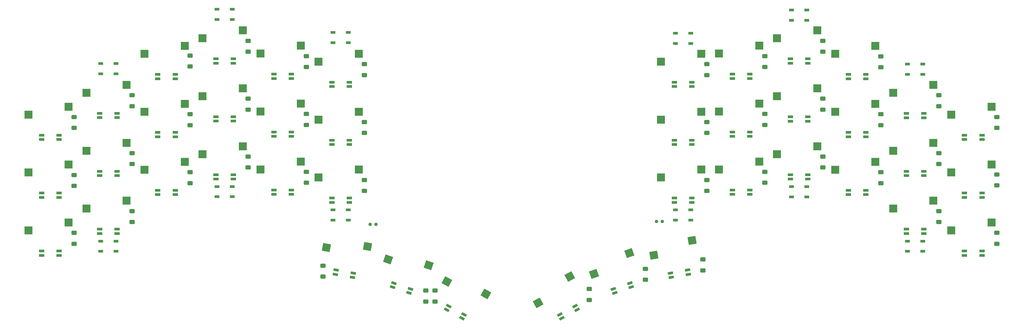
<source format=gbp>
G04 #@! TF.GenerationSoftware,KiCad,Pcbnew,8.0.1*
G04 #@! TF.CreationDate,2024-05-18T22:20:22+02:00*
G04 #@! TF.ProjectId,cornia,636f726e-6961-42e6-9b69-6361645f7063,3.0.1*
G04 #@! TF.SameCoordinates,Original*
G04 #@! TF.FileFunction,Paste,Bot*
G04 #@! TF.FilePolarity,Positive*
%FSLAX46Y46*%
G04 Gerber Fmt 4.6, Leading zero omitted, Abs format (unit mm)*
G04 Created by KiCad (PCBNEW 8.0.1) date 2024-05-18 22:20:22*
%MOMM*%
%LPD*%
G01*
G04 APERTURE LIST*
G04 Aperture macros list*
%AMRoundRect*
0 Rectangle with rounded corners*
0 $1 Rounding radius*
0 $2 $3 $4 $5 $6 $7 $8 $9 X,Y pos of 4 corners*
0 Add a 4 corners polygon primitive as box body*
4,1,4,$2,$3,$4,$5,$6,$7,$8,$9,$2,$3,0*
0 Add four circle primitives for the rounded corners*
1,1,$1+$1,$2,$3*
1,1,$1+$1,$4,$5*
1,1,$1+$1,$6,$7*
1,1,$1+$1,$8,$9*
0 Add four rect primitives between the rounded corners*
20,1,$1+$1,$2,$3,$4,$5,0*
20,1,$1+$1,$4,$5,$6,$7,0*
20,1,$1+$1,$6,$7,$8,$9,0*
20,1,$1+$1,$8,$9,$2,$3,0*%
%AMRotRect*
0 Rectangle, with rotation*
0 The origin of the aperture is its center*
0 $1 length*
0 $2 width*
0 $3 Rotation angle, in degrees counterclockwise*
0 Add horizontal line*
21,1,$1,$2,0,0,$3*%
G04 Aperture macros list end*
%ADD10RoundRect,0.250000X0.600000X-0.400000X0.600000X0.400000X-0.600000X0.400000X-0.600000X-0.400000X0*%
%ADD11R,1.700000X0.825000*%
%ADD12RotRect,1.700000X0.825000X331.170000*%
%ADD13R,2.550000X2.500000*%
%ADD14RotRect,2.550000X2.500000X350.170000*%
%ADD15RotRect,2.550000X2.500000X340.670000*%
%ADD16RotRect,2.550000X2.500000X331.170000*%
%ADD17R,1.500000X0.900000*%
%ADD18RotRect,1.700000X0.825000X9.830000*%
%ADD19RotRect,1.700000X0.825000X19.330000*%
%ADD20RotRect,2.550000X2.500000X28.830000*%
%ADD21RotRect,2.550000X2.500000X9.830000*%
%ADD22RotRect,2.550000X2.500000X19.330000*%
%ADD23RotRect,1.700000X0.825000X350.170000*%
%ADD24RotRect,1.700000X0.825000X340.670000*%
%ADD25RotRect,1.700000X0.825000X28.830000*%
%ADD26RoundRect,0.237500X0.250000X0.237500X-0.250000X0.237500X-0.250000X-0.237500X0.250000X-0.237500X0*%
%ADD27RoundRect,0.237500X-0.250000X-0.237500X0.250000X-0.237500X0.250000X0.237500X-0.250000X0.237500X0*%
G04 APERTURE END LIST*
D10*
X63686500Y-95801375D03*
X63686500Y-92301375D03*
X82326500Y-88804500D03*
X82326500Y-85304500D03*
X100939500Y-76054500D03*
X100939500Y-72554500D03*
X119579500Y-71304500D03*
X119579500Y-67804500D03*
X138219500Y-76204500D03*
X138219500Y-72704500D03*
X156859500Y-78804500D03*
X156859500Y-75304500D03*
X63686500Y-114401375D03*
X63686500Y-110901375D03*
X82326500Y-107404500D03*
X82326500Y-103904500D03*
X100939500Y-94904500D03*
X100939500Y-91404500D03*
X119579500Y-89904500D03*
X119579500Y-86404500D03*
X138219500Y-94804500D03*
X138219500Y-91304500D03*
X156859500Y-97404500D03*
X156859500Y-93904500D03*
X63686500Y-133001375D03*
X63686500Y-129501375D03*
X82326500Y-126004500D03*
X82326500Y-122504500D03*
X100939500Y-113504500D03*
X100939500Y-110004500D03*
X119579500Y-108504500D03*
X119579500Y-105004500D03*
X138219500Y-113404500D03*
X138219500Y-109904500D03*
X156859500Y-116004500D03*
X156859500Y-112504500D03*
X143607500Y-143530000D03*
X143607500Y-140030000D03*
X176607500Y-151530000D03*
X176607500Y-148030000D03*
X179607500Y-151530000D03*
X179607500Y-148030000D03*
D11*
X58859500Y-99504500D03*
X58859500Y-98104500D03*
X53259500Y-98104500D03*
X53259500Y-99504500D03*
X77499500Y-92504500D03*
X77499500Y-91104500D03*
X71899500Y-91104500D03*
X71899500Y-92504500D03*
X96139500Y-80004500D03*
X96139500Y-78604500D03*
X90539500Y-78604500D03*
X90539500Y-80004500D03*
X114779500Y-75004500D03*
X114779500Y-73604500D03*
X109179500Y-73604500D03*
X109179500Y-75004500D03*
X133419500Y-79904500D03*
X133419500Y-78504500D03*
X127819500Y-78504500D03*
X127819500Y-79904500D03*
X152059500Y-82504500D03*
X152059500Y-81104500D03*
X146459500Y-81104500D03*
X146459500Y-82504500D03*
X58859500Y-118104500D03*
X58859500Y-116704500D03*
X53259500Y-116704500D03*
X53259500Y-118104500D03*
X77499500Y-111104500D03*
X77499500Y-109704500D03*
X71899500Y-109704500D03*
X71899500Y-111104500D03*
X96139500Y-98604500D03*
X96139500Y-97204500D03*
X90539500Y-97204500D03*
X90539500Y-98604500D03*
X114779500Y-93604500D03*
X114779500Y-92204500D03*
X109179500Y-92204500D03*
X109179500Y-93604500D03*
X133419500Y-98504500D03*
X133419500Y-97104500D03*
X127819500Y-97104500D03*
X127819500Y-98504500D03*
X152059500Y-101104500D03*
X152059500Y-99704500D03*
X146459500Y-99704500D03*
X146459500Y-101104500D03*
X58859500Y-136704500D03*
X58859500Y-135304500D03*
X53259500Y-135304500D03*
X53259500Y-136704500D03*
X77499500Y-129704500D03*
X77499500Y-128304500D03*
X71899500Y-128304500D03*
X71899500Y-129704500D03*
X96139500Y-117204500D03*
X96139500Y-115804500D03*
X90539500Y-115804500D03*
X90539500Y-117204500D03*
X114779500Y-112204500D03*
X114779500Y-110804500D03*
X109179500Y-110804500D03*
X109179500Y-112204500D03*
X152059500Y-119704500D03*
X152059500Y-118304500D03*
X146459500Y-118304500D03*
X146459500Y-119704500D03*
D12*
X188191660Y-156902682D03*
X188866758Y-155676205D03*
X183960854Y-152975816D03*
X183285756Y-154202293D03*
D13*
X67614500Y-84514500D03*
X80541500Y-81974500D03*
X86254500Y-72014500D03*
X99181500Y-69474500D03*
X104894500Y-67014500D03*
X117821500Y-64474500D03*
X123534500Y-71914500D03*
X136461500Y-69374500D03*
X48974500Y-110114500D03*
X61901500Y-107574500D03*
X67614500Y-103114500D03*
X80541500Y-100574500D03*
X86254500Y-90614500D03*
X99181500Y-88074500D03*
X104894500Y-85614500D03*
X117821500Y-83074500D03*
X123534500Y-90514500D03*
X136461500Y-87974500D03*
X142174500Y-93114500D03*
X155101500Y-90574500D03*
X48974500Y-128714500D03*
X61901500Y-126174500D03*
X67614500Y-121714500D03*
X80541500Y-119174500D03*
X86254500Y-109214500D03*
X99181500Y-106674500D03*
X104894500Y-104214500D03*
X117821500Y-101674500D03*
X123534500Y-109114500D03*
X136461500Y-106574500D03*
X142174500Y-111714500D03*
X155101500Y-109174500D03*
D14*
X144682539Y-134201701D03*
X157853396Y-133905959D03*
D15*
X164505038Y-137981990D03*
X177544076Y-139864123D03*
D16*
X183377475Y-145132347D03*
X195927049Y-149140729D03*
D17*
X77149500Y-75130000D03*
X77149500Y-78430000D03*
X72249500Y-78430000D03*
X72249500Y-75130000D03*
X114429500Y-57630000D03*
X114429500Y-60930000D03*
X109529500Y-60930000D03*
X109529500Y-57630000D03*
X151709500Y-65130000D03*
X151709500Y-68430000D03*
X146809500Y-68430000D03*
X146809500Y-65130000D03*
X114429500Y-114604500D03*
X114429500Y-117904500D03*
X109529500Y-117904500D03*
X109529500Y-114604500D03*
X151709500Y-122104500D03*
X151709500Y-125404500D03*
X146809500Y-125404500D03*
X146809500Y-122104500D03*
X336230500Y-75280000D03*
X336230500Y-78580000D03*
X331330500Y-78580000D03*
X331330500Y-75280000D03*
X298950500Y-57880000D03*
X298950500Y-61180000D03*
X294050500Y-61180000D03*
X294050500Y-57880000D03*
X261670500Y-65380000D03*
X261670500Y-68680000D03*
X256770500Y-68680000D03*
X256770500Y-65380000D03*
X336230500Y-132130000D03*
X336230500Y-135430000D03*
X331330500Y-135430000D03*
X331330500Y-132130000D03*
X298950500Y-114630000D03*
X298950500Y-117930000D03*
X294050500Y-117930000D03*
X294050500Y-114630000D03*
X261670500Y-122110000D03*
X261670500Y-125410000D03*
X256770500Y-125410000D03*
X256770500Y-122110000D03*
D11*
X299300500Y-93610000D03*
X299300500Y-92210000D03*
X293700500Y-92210000D03*
X293700500Y-93610000D03*
X280660500Y-98510000D03*
X280660500Y-97110000D03*
X275060500Y-97110000D03*
X275060500Y-98510000D03*
X262020500Y-101110000D03*
X262020500Y-99710000D03*
X256420500Y-99710000D03*
X256420500Y-101110000D03*
X355220500Y-136710000D03*
X355220500Y-135310000D03*
X349620500Y-135310000D03*
X349620500Y-136710000D03*
X336580500Y-129710000D03*
X336580500Y-128310000D03*
X330980500Y-128310000D03*
X330980500Y-129710000D03*
X317940500Y-117210000D03*
X317940500Y-115810000D03*
X312340500Y-115810000D03*
X312340500Y-117210000D03*
X299300500Y-112210000D03*
X299300500Y-110810000D03*
X293700500Y-110810000D03*
X293700500Y-112210000D03*
X280660500Y-117110000D03*
X280660500Y-115710000D03*
X275060500Y-115710000D03*
X275060500Y-117110000D03*
X262020500Y-119710000D03*
X262020500Y-118310000D03*
X256420500Y-118310000D03*
X256420500Y-119710000D03*
D18*
X260940199Y-142812132D03*
X260701183Y-141432686D03*
X255183399Y-142388748D03*
X255422415Y-143768194D03*
D19*
X242573045Y-146940861D03*
X242109633Y-145619782D03*
X236825317Y-147473429D03*
X237288729Y-148794508D03*
D20*
X212695336Y-151966547D03*
X222795270Y-143507809D03*
D10*
X341387500Y-88805000D03*
X341387500Y-85305000D03*
X322747500Y-76305000D03*
X322747500Y-72805000D03*
X304107500Y-71305000D03*
X304107500Y-67805000D03*
X266820500Y-78810000D03*
X266820500Y-75310000D03*
X360027500Y-114250000D03*
X360027500Y-110750000D03*
X341387500Y-107405000D03*
X341387500Y-103905000D03*
X322747500Y-94905000D03*
X322747500Y-91405000D03*
X304107500Y-89905000D03*
X304107500Y-86405000D03*
X285467500Y-94805000D03*
X285467500Y-91305000D03*
X266820500Y-97410000D03*
X266820500Y-93910000D03*
X360027500Y-133000000D03*
X360027500Y-129500000D03*
X341387500Y-126005000D03*
X341387500Y-122505000D03*
X322747500Y-113505000D03*
X322747500Y-110005000D03*
X304107500Y-108505000D03*
X304107500Y-105005000D03*
X285467500Y-113405000D03*
X285467500Y-109905000D03*
X266820500Y-116010000D03*
X266820500Y-112510000D03*
X265607500Y-141530000D03*
X265607500Y-138030000D03*
X247107500Y-144530000D03*
X247107500Y-141030000D03*
X229107500Y-151030000D03*
X229107500Y-147530000D03*
X360027500Y-95800000D03*
X360027500Y-92300000D03*
D13*
X289422500Y-104215000D03*
X302349500Y-101675000D03*
X270782500Y-109115000D03*
X283709500Y-106575000D03*
X252142500Y-111715000D03*
X265069500Y-109175000D03*
D21*
X249842272Y-136620935D03*
X262145843Y-131911258D03*
D22*
X230610526Y-142673293D03*
X241968040Y-135997531D03*
D13*
X289422500Y-67015000D03*
X302349500Y-64475000D03*
X270782500Y-71915000D03*
X283709500Y-69375000D03*
X345342500Y-110115000D03*
X358269500Y-107575000D03*
X308062500Y-72015000D03*
X320989500Y-69475000D03*
X326702500Y-103115000D03*
X339629500Y-100575000D03*
X326702500Y-121715000D03*
X339629500Y-119175000D03*
X308062500Y-109215000D03*
X320989500Y-106675000D03*
X345342500Y-91515000D03*
X358269500Y-88975000D03*
X326702500Y-84515000D03*
X339629500Y-81975000D03*
X308062500Y-90615000D03*
X320989500Y-88075000D03*
X289422500Y-85615000D03*
X302349500Y-83075000D03*
X270782500Y-90515000D03*
X283709500Y-87975000D03*
X252142500Y-93115000D03*
X265069500Y-90575000D03*
X345342500Y-128715000D03*
X358269500Y-126175000D03*
D10*
X285467500Y-76205000D03*
X285467500Y-72705000D03*
D13*
X48974500Y-91514500D03*
X61901500Y-88974500D03*
D23*
X153058317Y-143762018D03*
X153297333Y-142382572D03*
X147779549Y-141426510D03*
X147540533Y-142805956D03*
D24*
X171198041Y-148793595D03*
X171661453Y-147472516D03*
X166377137Y-145618869D03*
X165913725Y-146939948D03*
D17*
X77149500Y-132130000D03*
X77149500Y-135430000D03*
X72249500Y-135430000D03*
X72249500Y-132130000D03*
D11*
X133419500Y-117104500D03*
X133419500Y-115704500D03*
X127819500Y-115704500D03*
X127819500Y-117104500D03*
X355220500Y-99510000D03*
X355220500Y-98110000D03*
X349620500Y-98110000D03*
X349620500Y-99510000D03*
X336580500Y-92510000D03*
X336580500Y-91110000D03*
X330980500Y-91110000D03*
X330980500Y-92510000D03*
X317940500Y-80010000D03*
X317940500Y-78610000D03*
X312340500Y-78610000D03*
X312340500Y-80010000D03*
X299300500Y-75010000D03*
X299300500Y-73610000D03*
X293700500Y-73610000D03*
X293700500Y-75010000D03*
X280660500Y-79910000D03*
X280660500Y-78510000D03*
X275060500Y-78510000D03*
X275060500Y-79910000D03*
X262020500Y-82510000D03*
X262020500Y-81110000D03*
X256420500Y-81110000D03*
X256420500Y-82510000D03*
X355220500Y-118110000D03*
X355220500Y-116710000D03*
X349620500Y-116710000D03*
X349620500Y-118110000D03*
X336580500Y-111110000D03*
X336580500Y-109710000D03*
X330980500Y-109710000D03*
X330980500Y-111110000D03*
X317940500Y-98610000D03*
X317940500Y-97210000D03*
X312340500Y-97210000D03*
X312340500Y-98610000D03*
D13*
X142174500Y-74514500D03*
X155101500Y-71974500D03*
X252135500Y-74520000D03*
X265062500Y-71980000D03*
D25*
X225200744Y-154203543D03*
X224525646Y-152977066D03*
X219619742Y-155677455D03*
X220294840Y-156903932D03*
D26*
X160607500Y-126780000D03*
X158782500Y-126780000D03*
D27*
X250695000Y-125780000D03*
X252520000Y-125780000D03*
M02*

</source>
